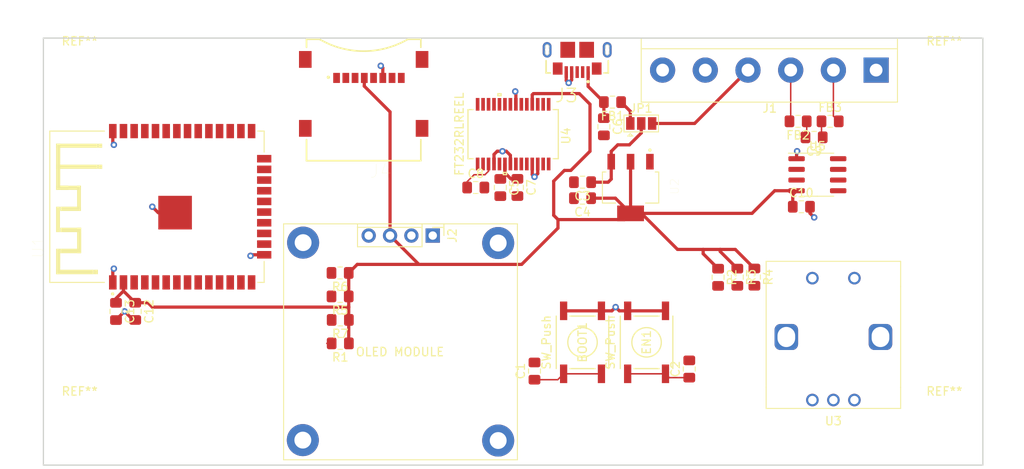
<source format=kicad_pcb>
(kicad_pcb (version 20171130) (host pcbnew "(5.1.6)-1")
  (layers (0 F.Cu signal) (31 B.Cu signal) (34 B.Paste user) (35 F.Paste user) (36 B.SilkS user) (37 F.SilkS user) (38 B.Mask user) (39 F.Mask user) (44 Edge.Cuts user))
  (net 0 "")
  (net 1 GND)
  (net 2 +5V)
  (net 3 +3V3)
  (net 4 /VBUS)
  (net 5 /FT_3V3OUT)
  (net 6 VUSB)
  (net 7 "Net-(J4-Pad10)")
  (net 8 "Net-(J4-Pad8)")
  (net 9 "Net-(J4-Pad1)")
  (net 10 FT_PWREN)
  (net 11 EN)
  (net 12 "Net-(U1-Pad4)")
  (net 13 "Net-(U1-Pad5)")
  (net 14 "Net-(U1-Pad10)")
  (net 15 "Net-(U1-Pad13)")
  (net 16 "Net-(U1-Pad14)")
  (net 17 "Net-(U1-Pad16)")
  (net 18 "Net-(U1-Pad17)")
  (net 19 "Net-(U1-Pad18)")
  (net 20 ROT_CHA)
  (net 21 "Net-(U1-Pad24)")
  (net 22 BOOT)
  (net 23 "Net-(U1-Pad26)")
  (net 24 ROT_CHB)
  (net 25 ROT_SW1)
  (net 26 "Net-(U1-Pad29)")
  (net 27 "Net-(U1-Pad30)")
  (net 28 "Net-(U1-Pad31)")
  (net 29 FT_TX)
  (net 30 FT_RX)
  (net 31 SD_DO)
  (net 32 SD_SCK)
  (net 33 SD_DI)
  (net 34 SD_CS)
  (net 35 MAX_CSN)
  (net 36 MAX_SCK)
  (net 37 MAX_SO)
  (net 38 OLED_SDA)
  (net 39 OLED_SCL)
  (net 40 RELAY+)
  (net 41 MAX_TX-)
  (net 42 MAX_TC+)
  (net 43 /TC-)
  (net 44 /TC+)
  (net 45 VCONN)
  (net 46 FT_RTS)
  (net 47 FT_CTS)
  (net 48 "Net-(J3-Pad6)")
  (net 49 /D+)
  (net 50 /D-)
  (net 51 "Net-(U4-Pad28)")
  (net 52 "Net-(U4-Pad27)")
  (net 53 "Net-(U4-Pad24)")
  (net 54 "Net-(U4-Pad23)")
  (net 55 "Net-(U4-Pad22)")
  (net 56 "Net-(U4-Pad19)")
  (net 57 "Net-(U4-Pad13)")
  (net 58 "Net-(U4-Pad12)")
  (net 59 "Net-(U4-Pad10)")
  (net 60 "Net-(U4-Pad9)")
  (net 61 "Net-(U4-Pad8)")
  (net 62 "Net-(U4-Pad6)")
  (net 63 "Net-(U4-Pad2)")
  (module TACTILE_SWITCH:PTS645SK43SMTR92LF-CONNECTED (layer F.Cu) (at 140.335 140.335 90)
    (fp_text reference EN1 (at 0 0 90) (layer F.SilkS))
    (fp_text value SW_Push (at 0 -4.3 90) (layer F.SilkS))
    (pad 1 smd rect (at -3.7465 -2.250001 90) (size 2.2098 0.8636) (layers F.Cu F.Paste F.Mask) (net 11 EN))
    (pad 1 smd rect (at -3.7465 2.250001 90) (size 2.2098 0.8636) (layers F.Cu F.Paste F.Mask) (net 11 EN))
    (pad 2 smd rect (at 3.7465 2.250001 90) (size 2.2098 0.8636) (layers F.Cu F.Paste F.Mask) (net 1 GND))
    (pad 2 smd rect (at 3.7465 -2.250001 90) (size 2.2098 0.8636) (layers F.Cu F.Paste F.Mask) (net 1 GND))
  )
  (module TACTILE_SWITCH:PTS645SK43SMTR92LF-CONNECTED (layer F.Cu) (at 132.715 140.335 90)
    (fp_text reference BOOT1 (at 0 0 90) (layer F.SilkS))
    (fp_text value SW_Push (at 0 -4.3 90) (layer F.SilkS))
    (pad 1 smd rect (at -3.7465 -2.250001 90) (size 2.2098 0.8636) (layers F.Cu F.Paste F.Mask) (net 22 BOOT))
    (pad 1 smd rect (at -3.7465 2.250001 90) (size 2.2098 0.8636) (layers F.Cu F.Paste F.Mask) (net 22 BOOT))
    (pad 2 smd rect (at 3.7465 2.250001 90) (size 2.2098 0.8636) (layers F.Cu F.Paste F.Mask) (net 1 GND))
    (pad 2 smd rect (at 3.7465 -2.250001 90) (size 2.2098 0.8636) (layers F.Cu F.Paste F.Mask) (net 1 GND))
  )
  (module MountingHole:MountingHole_3.2mm_M3 (layer F.Cu) (at 175.768 150.368)
    (fp_text reference REF** (at 0 -4.2) (layer F.SilkS))
    (fp_text value MountingHole_3.2mm_M3)
    (pad 1 np_thru_hole circle (at 0 0) (size 3.2 3.2) (drill 3.2) (layers *.Cu *.Mask))
  )
  (module MountingHole:MountingHole_3.2mm_M3 (layer F.Cu) (at 175.768 108.712)
    (fp_text reference REF** (at 0 -4.2) (layer F.SilkS))
    (fp_text value MountingHole_3.2mm_M3)
    (pad 1 np_thru_hole circle (at 0 0) (size 3.2 3.2) (drill 3.2) (layers *.Cu *.Mask))
  )
  (module MountingHole:MountingHole_3.2mm_M3 (layer F.Cu) (at 72.898 108.712)
    (fp_text reference REF** (at 0 -4.2) (layer F.SilkS))
    (fp_text value MountingHole_3.2mm_M3)
    (pad 1 np_thru_hole circle (at 0 0) (size 3.2 3.2) (drill 3.2) (layers *.Cu *.Mask))
  )
  (module MountingHole:MountingHole_3.2mm_M3 (layer F.Cu) (at 72.898 150.368)
    (fp_text reference REF** (at 0 -4.2) (layer F.SilkS))
    (fp_text value MountingHole_3.2mm_M3)
    (pad 1 np_thru_hole circle (at 0 0) (size 3.2 3.2) (drill 3.2) (layers *.Cu *.Mask))
  )
  (module Display:OLED_1MIL_HEADER_WHOLES (layer F.Cu) (at 124.968 126.238 270)
    (fp_text reference J2 (at 1.397 7.7411 90) (layer F.SilkS))
    (fp_text value OLED)
    (fp_text user "OLED MODULE" (at 15.24 13.97) (layer F.SilkS))
    (pad 4 thru_hole oval (at 1.397 17.6911 270) (size 1.7 1.7) (drill 1) (layers *.Cu *.Mask) (net 1 GND))
    (pad 3 thru_hole oval (at 1.397 15.1511 270) (size 1.7 1.7) (drill 1) (layers *.Cu *.Mask) (net 3 +3V3))
    (pad 2 thru_hole oval (at 1.397 12.6111 270) (size 1.7 1.7) (drill 1) (layers *.Cu *.Mask) (net 39 OLED_SCL))
    (pad 1 thru_hole rect (at 1.397 10.0711 270) (size 1.7 1.7) (drill 1) (layers *.Cu *.Mask) (net 38 OLED_SDA))
    (pad "" np_thru_hole circle (at 2.286 2.286 270) (size 3.81 3.81) (drill 2.0066) (layers *.Cu *.Mask))
    (pad "" np_thru_hole circle (at 25.781 2.286 270) (size 3.81 3.81) (drill 2.0066) (layers *.Cu *.Mask))
    (pad "" np_thru_hole circle (at 25.7302 25.527 270) (size 3.81 3.81) (drill 2.0066) (layers *.Cu *.Mask))
    (pad "" np_thru_hole circle (at 2.23774 25.49144 270) (size 3.81 3.81) (drill 2.0066) (layers *.Cu *.Mask))
  )
  (module Jumper:SolderJumper-3_P1.3mm_Open_Pad1.0x1.5mm (layer F.Cu) (at 139.7 114.3)
    (fp_text reference JP1 (at 0 -1.8) (layer F.SilkS))
    (fp_text value JUMPER_5V_SEL)
    (pad 1 smd rect (at -1.3 0) (size 1 1.5) (layers F.Cu F.Mask) (net 6 VUSB))
    (pad 2 smd rect (at 0 0) (size 1 1.5) (layers F.Cu F.Mask) (net 2 +5V))
    (pad 3 smd rect (at 1.3 0) (size 1 1.5) (layers F.Cu F.Mask) (net 45 VCONN))
  )
  (module Resistor_SMD:R_0805_2012Metric_Pad1.15x1.40mm_HandSolder (layer F.Cu) (at 103.895 137.668 180)
    (fp_text reference R7 (at 0 -1.65) (layer F.SilkS))
    (fp_text value 10K)
    (pad 2 smd roundrect (at 1.025 0 180) (size 1.15 1.4) (layers F.Cu F.Paste F.Mask) (roundrect_rratio 0.217391) (net 35 MAX_CSN))
    (pad 1 smd roundrect (at -1.025 0 180) (size 1.15 1.4) (layers F.Cu F.Paste F.Mask) (roundrect_rratio 0.217391) (net 3 +3V3))
  )
  (module Resistor_SMD:R_0805_2012Metric_Pad1.15x1.40mm_HandSolder (layer F.Cu) (at 103.877 132.08 180)
    (fp_text reference R6 (at 0 -1.65) (layer F.SilkS))
    (fp_text value 10K)
    (pad 2 smd roundrect (at 1.025 0 180) (size 1.15 1.4) (layers F.Cu F.Paste F.Mask) (roundrect_rratio 0.217391) (net 36 MAX_SCK))
    (pad 1 smd roundrect (at -1.025 0 180) (size 1.15 1.4) (layers F.Cu F.Paste F.Mask) (roundrect_rratio 0.217391) (net 3 +3V3))
  )
  (module Resistor_SMD:R_0805_2012Metric_Pad1.15x1.40mm_HandSolder (layer F.Cu) (at 153.162 132.579 270)
    (fp_text reference R4 (at 0 -1.65 90) (layer F.SilkS))
    (fp_text value 10K)
    (pad 2 smd roundrect (at 1.025 0 270) (size 1.15 1.4) (layers F.Cu F.Paste F.Mask) (roundrect_rratio 0.217391) (net 25 ROT_SW1))
    (pad 1 smd roundrect (at -1.025 0 270) (size 1.15 1.4) (layers F.Cu F.Paste F.Mask) (roundrect_rratio 0.217391) (net 3 +3V3))
  )
  (module Resistor_SMD:R_0805_2012Metric_Pad1.15x1.40mm_HandSolder (layer F.Cu) (at 151.13 132.588 270)
    (fp_text reference R3 (at 0 -1.65 90) (layer F.SilkS))
    (fp_text value 10K)
    (pad 2 smd roundrect (at 1.025 0 270) (size 1.15 1.4) (layers F.Cu F.Paste F.Mask) (roundrect_rratio 0.217391) (net 24 ROT_CHB))
    (pad 1 smd roundrect (at -1.025 0 270) (size 1.15 1.4) (layers F.Cu F.Paste F.Mask) (roundrect_rratio 0.217391) (net 3 +3V3))
  )
  (module Resistor_SMD:R_0805_2012Metric_Pad1.15x1.40mm_HandSolder (layer F.Cu) (at 148.844 132.597 270)
    (fp_text reference R2 (at 0 -1.65 90) (layer F.SilkS))
    (fp_text value 10K)
    (pad 2 smd roundrect (at 1.025 0 270) (size 1.15 1.4) (layers F.Cu F.Paste F.Mask) (roundrect_rratio 0.217391) (net 20 ROT_CHA))
    (pad 1 smd roundrect (at -1.025 0 270) (size 1.15 1.4) (layers F.Cu F.Paste F.Mask) (roundrect_rratio 0.217391) (net 3 +3V3))
  )
  (module Resistor_SMD:R_0805_2012Metric_Pad1.15x1.40mm_HandSolder (layer F.Cu) (at 103.895 140.462 180)
    (fp_text reference R1 (at 0 -1.65) (layer F.SilkS))
    (fp_text value 10K)
    (pad 2 smd roundrect (at 1.025 0 180) (size 1.15 1.4) (layers F.Cu F.Paste F.Mask) (roundrect_rratio 0.217391) (net 11 EN))
    (pad 1 smd roundrect (at -1.025 0 180) (size 1.15 1.4) (layers F.Cu F.Paste F.Mask) (roundrect_rratio 0.217391) (net 3 +3V3))
  )
  (module Capacitor_SMD:C_0805_2012Metric_Pad1.15x1.40mm_HandSolder (layer F.Cu) (at 77.216 136.661 270)
    (fp_text reference C13 (at 0 -1.65 90) (layer F.SilkS))
    (fp_text value 22uF)
    (pad 2 smd roundrect (at 1.025 0 270) (size 1.15 1.4) (layers F.Cu F.Paste F.Mask) (roundrect_rratio 0.217391) (net 1 GND))
    (pad 1 smd roundrect (at -1.025 0 270) (size 1.15 1.4) (layers F.Cu F.Paste F.Mask) (roundrect_rratio 0.217391) (net 3 +3V3))
  )
  (module Capacitor_SMD:C_0805_2012Metric_Pad1.15x1.40mm_HandSolder (layer F.Cu) (at 79.502 136.652 270)
    (fp_text reference C12 (at 0 -1.65 90) (layer F.SilkS))
    (fp_text value .1uF)
    (pad 2 smd roundrect (at 1.025 0 270) (size 1.15 1.4) (layers F.Cu F.Paste F.Mask) (roundrect_rratio 0.217391) (net 1 GND))
    (pad 1 smd roundrect (at -1.025 0 270) (size 1.15 1.4) (layers F.Cu F.Paste F.Mask) (roundrect_rratio 0.217391) (net 3 +3V3))
  )
  (module Capacitor_SMD:C_0805_2012Metric_Pad1.15x1.40mm_HandSolder (layer F.Cu) (at 145.415 143.51 90)
    (fp_text reference C2 (at 0 -1.65 270) (layer F.SilkS))
    (fp_text value .1uF)
    (pad 2 smd roundrect (at 1.025 0 90) (size 1.15 1.4) (layers F.Cu F.Paste F.Mask) (roundrect_rratio 0.217391) (net 1 GND))
    (pad 1 smd roundrect (at -1.025 0 90) (size 1.15 1.4) (layers F.Cu F.Paste F.Mask) (roundrect_rratio 0.217391) (net 11 EN))
  )
  (module Capacitor_SMD:C_0805_2012Metric_Pad1.15x1.40mm_HandSolder (layer F.Cu) (at 127 143.755 90)
    (fp_text reference C1 (at 0 -1.65 90) (layer F.SilkS))
    (fp_text value .1uF)
    (pad 2 smd roundrect (at 1.025 0 90) (size 1.15 1.4) (layers F.Cu F.Paste F.Mask) (roundrect_rratio 0.217391) (net 1 GND))
    (pad 1 smd roundrect (at -1.025 0 90) (size 1.15 1.4) (layers F.Cu F.Paste F.Mask) (roundrect_rratio 0.217391) (net 22 BOOT))
  )
  (module FT232:FT232RLREEL (layer F.Cu) (at 124.46 115.57 270)
    (fp_text reference U4 (at 0.2 -6.3 90) (layer F.SilkS))
    (fp_text value FT232RLREEL (at 0 6.4 90) (layer F.SilkS))
    (pad 28 smd rect (at 3.54965 -4.225 270) (size 1.5113 0.4318) (layers F.Cu F.Paste F.Mask) (net 51 "Net-(U4-Pad28)"))
    (pad 27 smd rect (at 3.54965 -3.574999 270) (size 1.5113 0.4318) (layers F.Cu F.Paste F.Mask) (net 52 "Net-(U4-Pad27)"))
    (pad 26 smd rect (at 3.54965 -2.925 270) (size 1.5113 0.4318) (layers F.Cu F.Paste F.Mask) (net 1 GND))
    (pad 25 smd rect (at 3.54965 -2.274999 270) (size 1.5113 0.4318) (layers F.Cu F.Paste F.Mask) (net 1 GND))
    (pad 24 smd rect (at 3.54965 -1.625001 270) (size 1.5113 0.4318) (layers F.Cu F.Paste F.Mask) (net 53 "Net-(U4-Pad24)"))
    (pad 23 smd rect (at 3.54965 -0.974999 270) (size 1.5113 0.4318) (layers F.Cu F.Paste F.Mask) (net 54 "Net-(U4-Pad23)"))
    (pad 22 smd rect (at 3.54965 -0.325001 270) (size 1.5113 0.4318) (layers F.Cu F.Paste F.Mask) (net 55 "Net-(U4-Pad22)"))
    (pad 21 smd rect (at 3.54965 0.325001 270) (size 1.5113 0.4318) (layers F.Cu F.Paste F.Mask) (net 1 GND))
    (pad 20 smd rect (at 3.54965 0.974999 270) (size 1.5113 0.4318) (layers F.Cu F.Paste F.Mask) (net 2 +5V))
    (pad 19 smd rect (at 3.54965 1.625001 270) (size 1.5113 0.4318) (layers F.Cu F.Paste F.Mask) (net 56 "Net-(U4-Pad19)"))
    (pad 18 smd rect (at 3.54965 2.274999 270) (size 1.5113 0.4318) (layers F.Cu F.Paste F.Mask) (net 1 GND))
    (pad 17 smd rect (at 3.54965 2.925 270) (size 1.5113 0.4318) (layers F.Cu F.Paste F.Mask) (net 5 /FT_3V3OUT))
    (pad 16 smd rect (at 3.54965 3.574999 270) (size 1.5113 0.4318) (layers F.Cu F.Paste F.Mask) (net 50 /D-))
    (pad 15 smd rect (at 3.54965 4.225 270) (size 1.5113 0.4318) (layers F.Cu F.Paste F.Mask) (net 49 /D+))
    (pad 14 smd rect (at -3.54965 4.224998 270) (size 1.5113 0.4318) (layers F.Cu F.Paste F.Mask) (net 10 FT_PWREN))
    (pad 13 smd rect (at -3.54965 3.574999 270) (size 1.5113 0.4318) (layers F.Cu F.Paste F.Mask) (net 57 "Net-(U4-Pad13)"))
    (pad 12 smd rect (at -3.54965 2.924998 270) (size 1.5113 0.4318) (layers F.Cu F.Paste F.Mask) (net 58 "Net-(U4-Pad12)"))
    (pad 11 smd rect (at -3.54965 2.274999 270) (size 1.5113 0.4318) (layers F.Cu F.Paste F.Mask) (net 47 FT_CTS))
    (pad 10 smd rect (at -3.54965 1.624998 270) (size 1.5113 0.4318) (layers F.Cu F.Paste F.Mask) (net 59 "Net-(U4-Pad10)"))
    (pad 9 smd rect (at -3.54965 0.974999 270) (size 1.5113 0.4318) (layers F.Cu F.Paste F.Mask) (net 60 "Net-(U4-Pad9)"))
    (pad 8 smd rect (at -3.54965 0.324998 270) (size 1.5113 0.4318) (layers F.Cu F.Paste F.Mask) (net 61 "Net-(U4-Pad8)"))
    (pad 7 smd rect (at -3.54965 -0.325001 270) (size 1.5113 0.4318) (layers F.Cu F.Paste F.Mask) (net 1 GND))
    (pad 6 smd rect (at -3.54965 -0.974999 270) (size 1.5113 0.4318) (layers F.Cu F.Paste F.Mask) (net 62 "Net-(U4-Pad6)"))
    (pad 5 smd rect (at -3.54965 -1.625001 270) (size 1.5113 0.4318) (layers F.Cu F.Paste F.Mask) (net 30 FT_RX))
    (pad 4 smd rect (at -3.54965 -2.274999 270) (size 1.5113 0.4318) (layers F.Cu F.Paste F.Mask) (net 3 +3V3))
    (pad 3 smd rect (at -3.54965 -2.925 270) (size 1.5113 0.4318) (layers F.Cu F.Paste F.Mask) (net 46 FT_RTS))
    (pad 2 smd rect (at -3.54965 -3.574999 270) (size 1.5113 0.4318) (layers F.Cu F.Paste F.Mask) (net 63 "Net-(U4-Pad2)"))
    (pad 1 smd rect (at -3.54965 -4.225 270) (size 1.5113 0.4318) (layers F.Cu F.Paste F.Mask) (net 29 FT_TX))
  )
  (module ESP32:MODULE_ESP-WROOM-32 (layer F.Cu) (at 85.09 124.206 90)
    (fp_text reference U1 (at -4.826375 -17.150035 90) (layer F.SilkS) (effects (font (size 1.32478 1.32478) (thickness 0.015))))
    (fp_text value ESP-WROOM-32)
    (pad 1.1 smd rect (at -0.7 -0.845 90) (size 4 4) (layers F.Cu F.Paste F.Mask) (net 1 GND))
    (pad 1 smd rect (at -9 -8.255 90) (size 1.7 0.9) (layers F.Cu F.Paste F.Mask) (net 1 GND))
    (pad 2 smd rect (at -9 -6.985 90) (size 1.7 0.9) (layers F.Cu F.Paste F.Mask) (net 3 +3V3))
    (pad 3 smd rect (at -9 -5.715 90) (size 1.7 0.9) (layers F.Cu F.Paste F.Mask) (net 11 EN))
    (pad 4 smd rect (at -9 -4.445 90) (size 1.7 0.9) (layers F.Cu F.Paste F.Mask) (net 12 "Net-(U1-Pad4)"))
    (pad 5 smd rect (at -9 -3.175 90) (size 1.7 0.9) (layers F.Cu F.Paste F.Mask) (net 13 "Net-(U1-Pad5)"))
    (pad 6 smd rect (at -9 -1.905 90) (size 1.7 0.9) (layers F.Cu F.Paste F.Mask) (net 46 FT_RTS))
    (pad 7 smd rect (at -9 -0.635 90) (size 1.7 0.9) (layers F.Cu F.Paste F.Mask) (net 47 FT_CTS))
    (pad 8 smd rect (at -9 0.635 90) (size 1.7 0.9) (layers F.Cu F.Paste F.Mask) (net 35 MAX_CSN))
    (pad 9 smd rect (at -9 1.905 90) (size 1.7 0.9) (layers F.Cu F.Paste F.Mask) (net 10 FT_PWREN))
    (pad 10 smd rect (at -9 3.175 90) (size 1.7 0.9) (layers F.Cu F.Paste F.Mask) (net 14 "Net-(U1-Pad10)"))
    (pad 11 smd rect (at -9 4.445 90) (size 1.7 0.9) (layers F.Cu F.Paste F.Mask) (net 36 MAX_SCK))
    (pad 12 smd rect (at -9 5.715 90) (size 1.7 0.9) (layers F.Cu F.Paste F.Mask) (net 37 MAX_SO))
    (pad 13 smd rect (at -9 6.985 90) (size 1.7 0.9) (layers F.Cu F.Paste F.Mask) (net 15 "Net-(U1-Pad13)"))
    (pad 14 smd rect (at -9 8.255 90) (size 1.7 0.9) (layers F.Cu F.Paste F.Mask) (net 16 "Net-(U1-Pad14)"))
    (pad 15 smd rect (at -5.715 9.755 90) (size 0.9 1.7) (layers F.Cu F.Paste F.Mask) (net 1 GND))
    (pad 16 smd rect (at -4.445 9.755 90) (size 0.9 1.7) (layers F.Cu F.Paste F.Mask) (net 17 "Net-(U1-Pad16)"))
    (pad 17 smd rect (at -3.175 9.755 90) (size 0.9 1.7) (layers F.Cu F.Paste F.Mask) (net 18 "Net-(U1-Pad17)"))
    (pad 18 smd rect (at -1.905 9.755 90) (size 0.9 1.7) (layers F.Cu F.Paste F.Mask) (net 19 "Net-(U1-Pad18)"))
    (pad 19 smd rect (at -0.635 9.755 90) (size 0.9 1.7) (layers F.Cu F.Paste F.Mask) (net 34 SD_CS))
    (pad 20 smd rect (at 0.635 9.755 90) (size 0.9 1.7) (layers F.Cu F.Paste F.Mask) (net 32 SD_SCK))
    (pad 21 smd rect (at 1.905 9.755 90) (size 0.9 1.7) (layers F.Cu F.Paste F.Mask) (net 31 SD_DO))
    (pad 22 smd rect (at 3.175 9.755 90) (size 0.9 1.7) (layers F.Cu F.Paste F.Mask) (net 33 SD_DI))
    (pad 23 smd rect (at 4.445 9.755 90) (size 0.9 1.7) (layers F.Cu F.Paste F.Mask) (net 20 ROT_CHA))
    (pad 24 smd rect (at 5.715 9.755 90) (size 0.9 1.7) (layers F.Cu F.Paste F.Mask) (net 21 "Net-(U1-Pad24)"))
    (pad 25 smd rect (at 9 8.255 90) (size 1.7 0.9) (layers F.Cu F.Paste F.Mask) (net 22 BOOT))
    (pad 26 smd rect (at 9 6.985 90) (size 1.7 0.9) (layers F.Cu F.Paste F.Mask) (net 23 "Net-(U1-Pad26)"))
    (pad 27 smd rect (at 9 5.715 90) (size 1.7 0.9) (layers F.Cu F.Paste F.Mask) (net 24 ROT_CHB))
    (pad 28 smd rect (at 9 4.445 90) (size 1.7 0.9) (layers F.Cu F.Paste F.Mask) (net 25 ROT_SW1))
    (pad 29 smd rect (at 9 3.175 90) (size 1.7 0.9) (layers F.Cu F.Paste F.Mask) (net 26 "Net-(U1-Pad29)"))
    (pad 30 smd rect (at 9 1.905 90) (size 1.7 0.9) (layers F.Cu F.Paste F.Mask) (net 27 "Net-(U1-Pad30)"))
    (pad 31 smd rect (at 9 0.635 90) (size 1.7 0.9) (layers F.Cu F.Paste F.Mask) (net 28 "Net-(U1-Pad31)"))
    (pad 32 smd rect (at 9 -0.635 90) (size 1.7 0.9) (layers F.Cu F.Paste F.Mask))
    (pad 33 smd rect (at 9 -1.905 90) (size 1.7 0.9) (layers F.Cu F.Paste F.Mask) (net 38 OLED_SDA))
    (pad 34 smd rect (at 9 -3.175 90) (size 1.7 0.9) (layers F.Cu F.Paste F.Mask) (net 29 FT_TX))
    (pad 35 smd rect (at 9 -4.445 90) (size 1.7 0.9) (layers F.Cu F.Paste F.Mask) (net 30 FT_RX))
    (pad 36 smd rect (at 9 -5.715 90) (size 1.7 0.9) (layers F.Cu F.Paste F.Mask) (net 39 OLED_SCL))
    (pad 37 smd rect (at 9 -6.985 90) (size 1.7 0.9) (layers F.Cu F.Paste F.Mask) (net 40 RELAY+))
    (pad 38 smd rect (at 9 -8.255 90) (size 1.7 0.9) (layers F.Cu F.Paste F.Mask) (net 1 GND))
  )
  (module USB_CONNECTOR:GCT_USB3076-XX-X_REVC (layer F.Cu) (at 132.08 105.537 180)
    (fp_text reference J3 (at 1.27021 -5.43685) (layer F.SilkS) (effects (font (size 1.600252 1.600252))))
    (fp_text value USB_B_Micro)
    (fp_line (start -3.35 -0.402) (end -3.35 0.4) (layer Edge.Cuts) (width 0.1))
    (fp_line (start -3.8 0.4) (end -3.8 -0.401) (layer Edge.Cuts) (width 0.1))
    (fp_poly (pts (xy -3.8 0) (xy -3.8 -0.4) (xy -3.799692 -0.411776) (xy -3.798767 -0.423519) (xy -3.79723 -0.435198) (xy -3.795083 -0.44678) (xy -3.792333 -0.458234) (xy -3.788988 -0.469529) (xy -3.785056 -0.480633) (xy -3.780548 -0.491516) (xy -3.775476 -0.502148) (xy -3.769856 -0.5125) (xy -3.763701 -0.522544) (xy -3.757029 -0.532252) (xy -3.749858 -0.541597) (xy -3.742208 -0.550554) (xy -3.734099 -0.559099) (xy -3.725554 -0.567208) (xy -3.716597 -0.574858) (xy -3.707252 -0.582029) (xy -3.697544 -0.588701) (xy -3.6875 -0.594856) (xy -3.677148 -0.600476) (xy -3.666516 -0.605548) (xy -3.655633 -0.610056) (xy -3.644529 -0.613988) (xy -3.633234 -0.617333) (xy -3.62178 -0.620083) (xy -3.610198 -0.62223) (xy -3.598519 -0.623767) (xy -3.586776 -0.624692) (xy -3.575 -0.625) (xy -3.563224 -0.624692) (xy -3.551481 -0.623767) (xy -3.539802 -0.62223) (xy -3.52822 -0.620083) (xy -3.516766 -0.617333) (xy -3.505471 -0.613988) (xy -3.494367 -0.610056) (xy -3.483484 -0.605548) (xy -3.472852 -0.600476) (xy -3.4625 -0.594856) (xy -3.452456 -0.588701) (xy -3.442748 -0.582029) (xy -3.433403 -0.574858) (xy -3.424446 -0.567208) (xy -3.415901 -0.559099) (xy -3.407792 -0.550554) (xy -3.400142 -0.541597) (xy -3.392971 -0.532252) (xy -3.386299 -0.522544) (xy -3.380144 -0.5125) (xy -3.374524 -0.502148) (xy -3.369452 -0.491516) (xy -3.364944 -0.480633) (xy -3.361012 -0.469529) (xy -3.357667 -0.458234) (xy -3.354917 -0.44678) (xy -3.35277 -0.435198) (xy -3.351233 -0.423519) (xy -3.350308 -0.411776) (xy -3.35 -0.4) (xy -3.35 0) (xy -3.05 0) (xy -3.05 -0.35) (xy -3.049432 -0.375) (xy -3.050187 -0.403814) (xy -3.052448 -0.43255) (xy -3.056211 -0.461128) (xy -3.061463 -0.48947) (xy -3.068192 -0.517497) (xy -3.076379 -0.545135) (xy -3.086001 -0.572306) (xy -3.097031 -0.598936) (xy -3.10944 -0.624953) (xy -3.123194 -0.650284) (xy -3.138255 -0.674861) (xy -3.154581 -0.698616) (xy -3.172128 -0.721484) (xy -3.190848 -0.743402) (xy -3.21069 -0.76431) (xy -3.231598 -0.784152) (xy -3.253516 -0.802872) (xy -3.276384 -0.820419) (xy -3.300139 -0.836745) (xy -3.324716 -0.851806) (xy -3.350047 -0.86556) (xy -3.376064 -0.877969) (xy -3.402694 -0.888999) (xy -3.429865 -0.898621) (xy -3.457503 -0.906808) (xy -3.48553 -0.913537) (xy -3.513872 -0.918789) (xy -3.54245 -0.922552) (xy -3.575 -0.925) (xy -3.602476 -0.924281) (xy -3.629877 -0.922124) (xy -3.657128 -0.918536) (xy -3.684154 -0.913527) (xy -3.71088 -0.907111) (xy -3.737234 -0.899305) (xy -3.763143 -0.89013) (xy -3.788537 -0.879611) (xy -3.813345 -0.867778) (xy -3.8375 -0.854663) (xy -3.860935 -0.840302) (xy -3.883587 -0.824734) (xy -3.905393 -0.808002) (xy -3.926294 -0.790151) (xy -3.946231 -0.771231) (xy -3.965151 -0.751294) (xy -3.983002 -0.730393) (xy -3.999734 -0.708587) (xy -4.015302 -0.685935) (xy -4.029663 -0.6625) (xy -4.042778 -0.638345) (xy -4.054611 -0.613537) (xy -4.06513 -0.588143) (xy -4.074305 -0.562234) (xy -4.082111 -0.53588) (xy -4.088527 -0.509154) (xy -4.093536 -0.482128) (xy -4.097124 -0.454877) (xy -4.099281 -0.427476) (xy -4.1 -0.4) (xy -4.1 0) (xy -3.8 0)) (layer F.Cu) (width 0.001))
    (fp_poly (pts (xy -3.35 0) (xy -3.35 0.4) (xy -3.350308 0.411776) (xy -3.351233 0.423519) (xy -3.35277 0.435198) (xy -3.354917 0.44678) (xy -3.357667 0.458234) (xy -3.361012 0.469529) (xy -3.364944 0.480633) (xy -3.369452 0.491516) (xy -3.374524 0.502148) (xy -3.380144 0.5125) (xy -3.386299 0.522544) (xy -3.392971 0.532252) (xy -3.400142 0.541597) (xy -3.407792 0.550554) (xy -3.415901 0.559099) (xy -3.424446 0.567208) (xy -3.433403 0.574858) (xy -3.442748 0.582029) (xy -3.452456 0.588701) (xy -3.4625 0.594856) (xy -3.472852 0.600476) (xy -3.483484 0.605548) (xy -3.494367 0.610056) (xy -3.505471 0.613988) (xy -3.516766 0.617333) (xy -3.52822 0.620083) (xy -3.539802 0.62223) (xy -3.551481 0.623767) (xy -3.563224 0.624692) (xy -3.575 0.625) (xy -3.586776 0.624692) (xy -3.598519 0.623767) (xy -3.610198 0.62223) (xy -3.62178 0.620083) (xy -3.633234 0.617333) (xy -3.644529 0.613988) (xy -3.655633 0.610056) (xy -3.666516 0.605548) (xy -3.677148 0.600476) (xy -3.6875 0.594856) (xy -3.697544 0.588701) (xy -3.707252 0.582029) (xy -3.716597 0.574858) (xy -3.725554 0.567208) (xy -3.734099 0.559099) (xy -3.742208 0.550554) (xy -3.749858 0.541597) (xy -3.757029 0.532252) (xy -3.763701 0.522544) (xy -3.769856 0.5125) (xy -3.775476 0.502148) (xy -3.780548 0.491516) (xy -3.785056 0.480633) (xy -3.788988 0.469529) (xy -3.792333 0.458234) (xy -3.795083 0.44678) (xy -3.79723 0.435198) (xy -3.798767 0.423519) (xy -3.799692 0.411776) (xy -3.8 0.4) (xy -3.8 0) (xy -4.1 0) (xy -4.1 0.35) (xy -4.100568 0.375) (xy -4.099813 0.403814) (xy -4.097552 0.43255) (xy -4.093789 0.461128) (xy -4.088537 0.48947) (xy -4.081808 0.517497) (xy -4.073621 0.545135) (xy -4.063999 0.572306) (xy -4.052969 0.598936) (xy -4.04056 0.624953) (xy -4.026806 0.650284) (xy -4.011745 0.674861) (xy -3.995419 0.698616) (xy -3.977872 0.721484) (xy -3.959152 0.743402) (xy -3.93931 0.76431) (xy -3.918402 0.784152) (xy -3.896484 0.802872) (xy -3.873616 0.820419) (xy -3.849861 0.836745) (xy -3.825284 0.851806) (xy -3.799953 0.86556) (xy -3.773936 0.877969) (xy -3.747306 0.888999) (xy -3.720135 0.898621) (xy -3.692497 0.906808) (xy -3.66447 0.913537) (xy -3.636128 0.918789) (xy -3.60755 0.922552) (xy -3.575 0.925) (xy -3.547524 0.924281) (xy -3.520123 0.922124) (xy -3.492872 0.918536) (xy -3.465846 0.913527) (xy -3.43912 0.907111) (xy -3.412766 0.899305) (xy -3.386857 0.89013) (xy -3.361463 0.879611) (xy -3.336655 0.867778) (xy -3.3125 0.854663) (xy -3.289065 0.840302) (xy -3.266413 0.824734) (xy -3.244607 0.808002) (xy -3.223706 0.790151) (xy -3.203769 0.771231) (xy -3.184849 0.751294) (xy -3.166998 0.730393) (xy -3.150266 0.708587) (xy -3.134698 0.685935) (xy -3.120337 0.6625) (xy -3.107222 0.638345) (xy -3.095389 0.613537) (xy -3.08487 0.588143) (xy -3.075695 0.562234) (xy -3.067889 0.53588) (xy -3.061473 0.509154) (xy -3.056464 0.482128) (xy -3.052876 0.454877) (xy -3.050719 0.427476) (xy -3.05 0.4) (xy -3.05 0) (xy -3.35 0)) (layer F.Cu) (width 0.001))
    (fp_poly (pts (xy -3.8 0) (xy -3.8 -0.4) (xy -3.799692 -0.411776) (xy -3.798767 -0.423519) (xy -3.79723 -0.435198) (xy -3.795083 -0.44678) (xy -3.792333 -0.458234) (xy -3.788988 -0.469529) (xy -3.785056 -0.480633) (xy -3.780548 -0.491516) (xy -3.775476 -0.502148) (xy -3.769856 -0.5125) (xy -3.763701 -0.522544) (xy -3.757029 -0.532252) (xy -3.749858 -0.541597) (xy -3.742208 -0.550554) (xy -3.734099 -0.559099) (xy -3.725554 -0.567208) (xy -3.716597 -0.574858) (xy -3.707252 -0.582029) (xy -3.697544 -0.588701) (xy -3.6875 -0.594856) (xy -3.677148 -0.600476) (xy -3.666516 -0.605548) (xy -3.655633 -0.610056) (xy -3.644529 -0.613988) (xy -3.633234 -0.617333) (xy -3.62178 -0.620083) (xy -3.610198 -0.62223) (xy -3.598519 -0.623767) (xy -3.586776 -0.624692) (xy -3.575 -0.625) (xy -3.563224 -0.624692) (xy -3.551481 -0.623767) (xy -3.539802 -0.62223) (xy -3.52822 -0.620083) (xy -3.516766 -0.617333) (xy -3.505471 -0.613988) (xy -3.494367 -0.610056) (xy -3.483484 -0.605548) (xy -3.472852 -0.600476) (xy -3.4625 -0.594856) (xy -3.452456 -0.588701) (xy -3.442748 -0.582029) (xy -3.433403 -0.574858) (xy -3.424446 -0.567208) (xy -3.415901 -0.559099) (xy -3.407792 -0.550554) (xy -3.400142 -0.541597) (xy -3.392971 -0.532252) (xy -3.386299 -0.522544) (xy -3.380144 -0.5125) (xy -3.374524 -0.502148) (xy -3.369452 -0.491516) (xy -3.364944 -0.480633) (xy -3.361012 -0.469529) (xy -3.357667 -0.458234) (xy -3.354917 -0.44678) (xy -3.35277 -0.435198) (xy -3.351233 -0.423519) (xy -3.350308 -0.411776) (xy -3.35 -0.4) (xy -3.35 0) (xy -3.05 0) (xy -3.05 -0.35) (xy -3.049432 -0.375) (xy -3.050187 -0.403814) (xy -3.052448 -0.43255) (xy -3.056211 -0.461128) (xy -3.061463 -0.48947) (xy -3.068192 -0.517497) (xy -3.076379 -0.545135) (xy -3.086001 -0.572306) (xy -3.097031 -0.598936) (xy -3.10944 -0.624953) (xy -3.123194 -0.650284) (xy -3.138255 -0.674861) (xy -3.154581 -0.698616) (xy -3.172128 -0.721484) (xy -3.190848 -0.743402) (xy -3.21069 -0.76431) (xy -3.231598 -0.784152) (xy -3.253516 -0.802872) (xy -3.276384 -0.820419) (xy -3.300139 -0.836745) (xy -3.324716 -0.851806) (xy -3.350047 -0.86556) (xy -3.376064 -0.877969) (xy -3.402694 -0.888999) (xy -3.429865 -0.898621) (xy -3.457503 -0.906808) (xy -3.48553 -0.913537) (xy -3.513872 -0.918789) (xy -3.54245 -0.922552) (xy -3.575 -0.925) (xy -3.602476 -0.924281) (xy -3.629877 -0.922124) (xy -3.657128 -0.918536) (xy -3.684154 -0.913527) (xy -3.71088 -0.907111) (xy -3.737234 -0.899305) (xy -3.763143 -0.89013) (xy -3.788537 -0.879611) (xy -3.813345 -0.867778) (xy -3.8375 -0.854663) (xy -3.860935 -0.840302) (xy -3.883587 -0.824734) (xy -3.905393 -0.808002) (xy -3.926294 -0.790151) (xy -3.946231 -0.771231) (xy -3.965151 -0.751294) (xy -3.983002 -0.730393) (xy -3.999734 -0.708587) (xy -4.015302 -0.685935) (xy -4.029663 -0.6625) (xy -4.042778 -0.638345) (xy -4.054611 -0.613537) (xy -4.06513 -0.588143) (xy -4.074305 -0.562234) (xy -4.082111 -0.53588) (xy -4.088527 -0.509154) (xy -4.093536 -0.482128) (xy -4.097124 -0.454877) (xy -4.099281 -0.427476) (xy -4.1 -0.4) (xy -4.1 0) (xy -3.8 0)) (layer B.Cu) (width 0.001))
    (fp_poly (pts (xy -3.35 0) (xy -3.35 0.4) (xy -3.350308 0.411776) (xy -3.351233 0.423519) (xy -3.35277 0.435198) (xy -3.354917 0.44678) (xy -3.357667 0.458234) (xy -3.361012 0.469529) (xy -3.364944 0.480633) (xy -3.369452 0.491516) (xy -3.374524 0.502148) (xy -3.380144 0.5125) (xy -3.386299 0.522544) (xy -3.392971 0.532252) (xy -3.400142 0.541597) (xy -3.407792 0.550554) (xy -3.415901 0.559099) (xy -3.424446 0.567208) (xy -3.433403 0.574858) (xy -3.442748 0.582029) (xy -3.452456 0.588701) (xy -3.4625 0.594856) (xy -3.472852 0.600476) (xy -3.483484 0.605548) (xy -3.494367 0.610056) (xy -3.505471 0.613988) (xy -3.516766 0.617333) (xy -3.52822 0.620083) (xy -3.539802 0.62223) (xy -3.551481 0.623767) (xy -3.563224 0.624692) (xy -3.575 0.625) (xy -3.586776 0.624692) (xy -3.598519 0.623767) (xy -3.610198 0.62223) (xy -3.62178 0.620083) (xy -3.633234 0.617333) (xy -3.644529 0.613988) (xy -3.655633 0.610056) (xy -3.666516 0.605548) (xy -3.677148 0.600476) (xy -3.6875 0.594856) (xy -3.697544 0.588701) (xy -3.707252 0.582029) (xy -3.716597 0.574858) (xy -3.725554 0.567208) (xy -3.734099 0.559099) (xy -3.742208 0.550554) (xy -3.749858 0.541597) (xy -3.757029 0.532252) (xy -3.763701 0.522544) (xy -3.769856 0.5125) (xy -3.775476 0.502148) (xy -3.780548 0.491516) (xy -3.785056 0.480633) (xy -3.788988 0.469529) (xy -3.792333 0.458234) (xy -3.795083 0.44678) (xy -3.79723 0.435198) (xy -3.798767 0.423519) (xy -3.799692 0.411776) (xy -3.8 0.4) (xy -3.8 0) (xy -4.1 0) (xy -4.1 0.35) (xy -4.100568 0.375) (xy -4.099813 0.403814) (xy -4.097552 0.43255) (xy -4.093789 0.461128) (xy -4.088537 0.48947) (xy -4.081808 0.517497) (xy -4.073621 0.545135) (xy -4.063999 0.572306) (xy -4.052969 0.598936) (xy -4.04056 0.624953) (xy -4.026806 0.650284) (xy -4.011745 0.674861) (xy -3.995419 0.698616) (xy -3.977872 0.721484) (xy -3.959152 0.743402) (xy -3.93931 0.76431) (xy -3.918402 0.784152) (xy -3.896484 0.802872) (xy -3.873616 0.820419) (xy -3.849861 0.836745) (xy -3.825284 0.851806) (xy -3.799953 0.86556) (xy -3.773936 0.877969) (xy -3.747306 0.888999) (xy -3.720135 0.898621) (xy -3.692497 0.906808) (xy -3.66447 0.913537) (xy -3.636128 0.918789) (xy -3.60755 0.922552) (xy -3.575 0.925) (xy -3.547524 0.924281) (xy -3.520123 0.922124) (xy -3.492872 0.918536) (xy -3.465846 0.913527) (xy -3.43912 0.907111) (xy -3.412766 0.899305) (xy -3.386857 0.89013) (xy -3.361463 0.879611) (xy -3.336655 0.867778) (xy -3.3125 0.854663) (xy -3.289065 0.840302) (xy -3.266413 0.824734) (xy -3.244607 0.808002) (xy -3.223706 0.790151) (xy -3.203769 0.771231) (xy -3.184849 0.751294) (xy -3.166998 0.730393) (xy -3.150266 0.708587) (xy -3.134698 0.685935) (xy -3.120337 0.6625) (xy -3.107222 0.638345) (xy -3.095389 0.613537) (xy -3.08487 0.588143) (xy -3.075695 0.562234) (xy -3.067889 0.53588) (xy -3.061473 0.509154) (xy -3.056464 0.482128) (xy -3.052876 0.454877) (xy -3.050719 0.427476) (xy -3.05 0.4) (xy -3.05 0) (xy -3.35 0)) (layer B.Cu) (width 0.001))
    (fp_line (start 3.8 -0.402) (end 3.8 0.4) (layer Edge.Cuts) (width 0.1))
    (fp_line (start 3.35 0.4) (end 3.35 -0.401) (layer Edge.Cuts) (width 0.1))
    (fp_poly (pts (xy 3.35 0) (xy 3.35 -0.4) (xy 3.350308 -0.411776) (xy 3.351233 -0.423519) (xy 3.35277 -0.435198) (xy 3.354917 -0.44678) (xy 3.357667 -0.458234) (xy 3.361012 -0.469529) (xy 3.364944 -0.480633) (xy 3.369452 -0.491516) (xy 3.374524 -0.502148) (xy 3.380144 -0.5125) (xy 3.386299 -0.522544) (xy 3.392971 -0.532252) (xy 3.400142 -0.541597) (xy 3.407792 -0.550554) (xy 3.415901 -0.559099) (xy 3.424446 -0.567208) (xy 3.433403 -0.574858) (xy 3.442748 -0.582029) (xy 3.452456 -0.588701) (xy 3.4625 -0.594856) (xy 3.472852 -0.600476) (xy 3.483484 -0.605548) (xy 3.494367 -0.610056) (xy 3.505471 -0.613988) (xy 3.516766 -0.617333) (xy 3.52822 -0.620083) (xy 3.539802 -0.62223) (xy 3.551481 -0.623767) (xy 3.563224 -0.624692) (xy 3.575 -0.625) (xy 3.586776 -0.624692) (xy 3.598519 -0.623767) (xy 3.610198 -0.62223) (xy 3.62178 -0.620083) (xy 3.633234 -0.617333) (xy 3.644529 -0.613988) (xy 3.655633 -0.610056) (xy 3.666516 -0.605548) (xy 3.677148 -0.600476) (xy 3.6875 -0.594856) (xy 3.697544 -0.588701) (xy 3.707252 -0.582029) (xy 3.716597 -0.574858) (xy 3.725554 -0.567208) (xy 3.734099 -0.559099) (xy 3.742208 -0.550554) (xy 3.749858 -0.541597) (xy 3.757029 -0.532252) (xy 3.763701 -0.522544) (xy 3.769856 -0.5125) (xy 3.775476 -0.502148) (xy 3.780548 -0.491516) (xy 3.785056 -0.480633) (xy 3.788988 -0.469529) (xy 3.792333 -0.458234) (xy 3.795083 -0.44678) (xy 3.79723 -0.435198) (xy 3.798767 -0.423519) (xy 3.799692 -0.411776) (xy 3.8 -0.4) (xy 3.8 0) (xy 4.1 0) (xy 4.1 -0.35) (xy 4.100568 -0.375) (xy 4.099813 -0.403814) (xy 4.097552 -0.43255) (xy 4.093789 -0.461128) (xy 4.088537 -0.48947) (xy 4.081808 -0.517497) (xy 4.073621 -0.545135) (xy 4.063999 -0.572306) (xy 4.052969 -0.598936) (xy 4.04056 -0.624953) (xy 4.026806 -0.650284) (xy 4.011745 -0.674861) (xy 3.995419 -0.698616) (xy 3.977872 -0.721484) (xy 3.959152 -0.743402) (xy 3.93931 -0.76431) (xy 3.918402 -0.784152) (xy 3.896484 -0.802872) (xy 3.873616 -0.820419) (xy 3.849861 -0.836745) (xy 3.825284 -0.851806) (xy 3.799953 -0.86556) (xy 3.773936 -0.877969) (xy 3.747306 -0.888999) (xy 3.720135 -0.898621) (xy 3.692497 -0.906808) (xy 3.66447 -0.913537) (xy 3.636128 -0.918789) (xy 3.60755 -0.922552) (xy 3.575 -0.925) (xy 3.547524 -0.924281) (xy 3.520123 -0.922124) (xy 3.492872 -0.918536) (xy 3.465846 -0.913527) (xy 3.43912 -0.907111) (xy 3.412766 -0.899305) (xy 3.386857 -0.89013) (xy 3.361463 -0.879611) (xy 3.336655 -0.867778) (xy 3.3125 -0.854663) (xy 3.289065 -0.840302) (xy 3.266413 -0.824734) (xy 3.244607 -0.808002) (xy 3.223706 -0.790151) (xy 3.203769 -0.771231) (xy 3.184849 -0.751294) (xy 3.166998 -0.730393) (xy 3.150266 -0.708587) (xy 3.134698 -0.685935) (xy 3.120337 -0.6625) (xy 3.107222 -0.638345) (xy 3.095389 -0.613537) (xy 3.08487 -0.588143) (xy 3.075695 -0.562234) (xy 3.067889 -0.53588) (xy 3.061473 -0.509154) (xy 3.056464 -0.482128) (xy 3.052876 -0.454877) (xy 3.050719 -0.427476) (xy 3.05 -0.4) (xy 3.05 0) (xy 3.35 0)) (layer F.Cu) (width 0.001))
    (fp_poly (pts (xy 3.8 0) (xy 3.8 0.4) (xy 3.799692 0.411776) (xy 3.798767 0.423519) (xy 3.79723 0.435198) (xy 3.795083 0.44678) (xy 3.792333 0.458234) (xy 3.788988 0.469529) (xy 3.785056 0.480633) (xy 3.780548 0.491516) (xy 3.775476 0.502148) (xy 3.769856 0.5125) (xy 3.763701 0.522544) (xy 3.757029 0.532252) (xy 3.749858 0.541597) (xy 3.742208 0.550554) (xy 3.734099 0.559099) (xy 3.725554 0.567208) (xy 3.716597 0.574858) (xy 3.707252 0.582029) (xy 3.697544 0.588701) (xy 3.6875 0.594856) (xy 3.677148 0.600476) (xy 3.666516 0.605548) (xy 3.655633 0.610056) (xy 3.644529 0.613988) (xy 3.633234 0.617333) (xy 3.62178 0.620083) (xy 3.610198 0.62223) (xy 3.598519 0.623767) (xy 3.586776 0.624692) (xy 3.575 0.625) (xy 3.563224 0.624692) (xy 3.551481 0.623767) (xy 3.539802 0.62223) (xy 3.52822 0.620083) (xy 3.516766 0.617333) (xy 3.505471 0.613988) (xy 3.494367 0.610056) (xy 3.483484 0.605548) (xy 3.472852 0.600476) (xy 3.4625 0.594856) (xy 3.452456 0.588701) (xy 3.442748 0.582029) (xy 3.433403 0.574858) (xy 3.424446 0.567208) (xy 3.415901 0.559099) (xy 3.407792 0.550554) (xy 3.400142 0.541597) (xy 3.392971 0.532252) (xy 3.386299 0.522544) (xy 3.380144 0.5125) (xy 3.374524 0.502148) (xy 3.369452 0.491516) (xy 3.364944 0.480633) (xy 3.361012 0.469529) (xy 3.357667 0.458234) (xy 3.354917 0.44678) (xy 3.35277 0.435198) (xy 3.351233 0.423519) (xy 3.350308 0.411776) (xy 3.35 0.4) (xy 3.35 0) (xy 3.05 0) (xy 3.05 0.35) (xy 3.049432 0.375) (xy 3.050187 0.403814) (xy 3.052448 0.43255) (xy 3.056211 0.461128) (xy 3.061463 0.48947) (xy 3.068192 0.517497) (xy 3.076379 0.545135) (xy 3.086001 0.572306) (xy 3.097031 0.598936) (xy 3.10944 0.624953) (xy 3.123194 0.650284) (xy 3.138255 0.674861) (xy 3.154581 0.698616) (xy 3.172128 0.721484) (xy 3.190848 0.743402) (xy 3.21069 0.76431) (xy 3.231598 0.784152) (xy 3.253516 0.802872) (xy 3.276384 0.820419) (xy 3.300139 0.836745) (xy 3.324716 0.851806) (xy 3.350047 0.86556) (xy 3.376064 0.877969) (xy 3.402694 0.888999) (xy 3.429865 0.898621) (xy 3.457503 0.906808) (xy 3.48553 0.913537) (xy 3.513872 0.918789) (xy 3.54245 0.922552) (xy 3.575 0.925) (xy 3.602476 0.924281) (xy 3.629877 0.922124) (xy 3.657128 0.918536) (xy 3.684154 0.913527) (xy 3.71088 0.907111) (xy 3.737234 0.899305) (xy 3.763143 0.89013) (xy 3.788537 0.879611) (xy 3.813345 0.867778) (xy 3.8375 0.854663) (xy 3.860935 0.840302) (xy 3.883587 0.824734) (xy 3.905393 0.808002) (xy 3.926294 0.790151) (xy 3.946231 0.771231) (xy 3.965151 0.751294) (xy 3.983002 0.730393) (xy 3.999734 0.708587) (xy 4.015302 0.685935) (xy 4.029663 0.6625) (xy 4.042778 0.638345) (xy 4.054611 0.613537) (xy 4.06513 0.588143) (xy 4.074305 0.562234) (xy 4.082111 0.53588) (xy 4.088527 0.509154) (xy 4.093536 0.482128) (xy 4.097124 0.454877) (xy 4.099281 0.427476) (xy 4.1 0.4) (xy 4.1 0) (xy 3.8 0)) (layer F.Cu) (width 0.001))
    (fp_poly (pts (xy 3.35 0) (xy 3.35 -0.4) (xy 3.350308 -0.411776) (xy 3.351233 -0.423519) (xy 3.35277 -0.435198) (xy 3.354917 -0.44678) (xy 3.357667 -0.458234) (xy 3.361012 -0.469529) (xy 3.364944 -0.480633) (xy 3.369452 -0.491516) (xy 3.374524 -0.502148) (xy 3.380144 -0.5125) (xy 3.386299 -0.522544) (xy 3.392971 -0.532252) (xy 3.400142 -0.541597) (xy 3.407792 -0.550554) (xy 3.415901 -0.559099) (xy 3.424446 -0.567208) (xy 3.433403 -0.574858) (xy 3.442748 -0.582029) (xy 3.452456 -0.588701) (xy 3.4625 -0.594856) (xy 3.472852 -0.600476) (xy 3.483484 -0.605548) (xy 3.494367 -0.610056) (xy 3.505471 -0.613988) (xy 3.516766 -0.617333) (xy 3.52822 -0.620083) (xy 3.539802 -0.62223) (xy 3.551481 -0.623767) (xy 3.563224 -0.624692) (xy 3.575 -0.625) (xy 3.586776 -0.624692) (xy 3.598519 -0.623767) (xy 3.610198 -0.62223) (xy 3.62178 -0.620083) (xy 3.633234 -0.617333) (xy 3.644529 -0.613988) (xy 3.655633 -0.610056) (xy 3.666516 -0.605548) (xy 3.677148 -0.600476) (xy 3.6875 -0.594856) (xy 3.697544 -0.588701) (xy 3.707252 -0.582029) (xy 3.716597 -0.574858) (xy 3.725554 -0.567208) (xy 3.734099 -0.559099) (xy 3.742208 -0.550554) (xy 3.749858 -0.541597) (xy 3.757029 -0.532252) (xy 3.763701 -0.522544) (xy 3.769856 -0.5125) (xy 3.775476 -0.502148) (xy 3.780548 -0.491516) (xy 3.785056 -0.480633) (xy 3.788988 -0.469529) (xy 3.792333 -0.458234) (xy 3.795083 -0.44678) (xy 3.79723 -0.435198) (xy 3.798767 -0.423519) (xy 3.799692 -0.411776) (xy 3.8 -0.4) (xy 3.8 0) (xy 4.1 0) (xy 4.1 -0.35) (xy 4.100568 -0.375) (xy 4.099813 -0.403814) (xy 4.097552 -0.43255) (xy 4.093789 -0.461128) (xy 4.088537 -0.48947) (xy 4.081808 -0.517497) (xy 4.073621 -0.545135) (xy 4.063999 -0.572306) (xy 4.052969 -0.598936) (xy 4.04056 -0.624953) (xy 4.026806 -0.650284) (xy 4.011745 -0.674861) (xy 3.995419 -0.698616) (xy 3.977872 -0.721484) (xy 3.959152 -0.743402) (xy 3.93931 -0.76431) (xy 3.918402 -0.784152) (xy 3.896484 -0.802872) (xy 3.873616 -0.820419) (xy 3.849861 -0.836745) (xy 3.825284 -0.851806) (xy 3.799953 -0.86556) (xy 3.773936 -0.877969) (xy 3.747306 -0.888999) (xy 3.720135 -0.898621) (xy 3.692497 -0.906808) (xy 3.66447 -0.913537) (xy 3.636128 -0.918789) (xy 3.60755 -0.922552) (xy 3.575 -0.925) (xy 3.547524 -0.924281) (xy 3.520123 -0.922124) (xy 3.492872 -0.918536) (xy 3.465846 -0.913527) (xy 3.43912 -0.907111) (xy 3.412766 -0.899305) (xy 3.386857 -0.89013) (xy 3.361463 -0.879611) (xy 3.336655 -0.867778) (xy 3.3125 -0.854663) (xy 3.289065 -0.840302) (xy 3.266413 -0.824734) (xy 3.244607 -0.808002) (xy 3.223706 -0.790151) (xy 3.203769 -0.771231) (xy 3.184849 -0.751294) (xy 3.166998 -0.730393) (xy 3.150266 -0.708587) (xy 3.134698 -0.685935) (xy 3.120337 -0.6625) (xy 3.107222 -0.638345) (xy 3.095389 -0.613537) (xy 3.08487 -0.588143) (xy 3.075695 -0.562234) (xy 3.067889 -0.53588) (xy 3.061473 -0.509154) (xy 3.056464 -0.482128) (xy 3.052876 -0.454877) (xy 3.050719 -0.427476) (xy 3.05 -0.4) (xy 3.05 0) (xy 3.35 0)) (layer B.Cu) (width 0.001))
    (fp_poly (pts (xy 3.8 0) (xy 3.8 0.4) (xy 3.799692 0.411776) (xy 3.798767 0.423519) (xy 3.79723 0.435198) (xy 3.795083 0.44678) (xy 3.792333 0.458234) (xy 3.788988 0.469529) (xy 3.785056 0.480633) (xy 3.780548 0.491516) (xy 3.775476 0.502148) (xy 3.769856 0.5125) (xy 3.763701 0.522544) (xy 3.757029 0.532252) (xy 3.749858 0.541597) (xy 3.742208 0.550554) (xy 3.734099 0.559099) (xy 3.725554 0.567208) (xy 3.716597 0.574858) (xy 3.707252 0.582029) (xy 3.697544 0.588701) (xy 3.6875 0.594856) (xy 3.677148 0.600476) (xy 3.666516 0.605548) (xy 3.655633 0.610056) (xy 3.644529 0.613988) (xy 3.633234 0.617333) (xy 3.62178 0.620083) (xy 3.610198 0.62223) (xy 3.598519 0.623767) (xy 3.586776 0.624692) (xy 3.575 0.625) (xy 3.563224 0.624692) (xy 3.551481 0.623767) (xy 3.539802 0.62223) (xy 3.52822 0.620083) (xy 3.516766 0.617333) (xy 3.505471 0.613988) (xy 3.494367 0.610056) (xy 3.483484 0.605548) (xy 3.472852 0.600476) (xy 3.4625 0.594856) (xy 3.452456 0.588701) (xy 3.442748 0.582029) (xy 3.433403 0.574858) (xy 3.424446 0.567208) (xy 3.415901 0.559099) (xy 3.407792 0.550554) (xy 3.400142 0.541597) (xy 3.392971 0.532252) (xy 3.386299 0.522544) (xy 3.380144 0.5125) (xy 3.374524 0.502148) (xy 3.369452 0.491516) (xy 3.364944 0.480633) (xy 3.361012 0.469529) (xy 3.357667 0.458234) (xy 3.354917 0.44678) (xy 3.35277 0.435198) (xy 3.351233 0.423519) (xy 3.350308 0.411776) (xy 3.35 0.4) (xy 3.35 0) (xy 3.05 0) (xy 3.05 0.35) (xy 3.049432 0.375) (xy 3.050187 0.403814) (xy 3.052448 0.43255) (xy 3.056211 0.461128) (xy 3.061463 0.48947) (xy 3.068192 0.517497) (xy 3.076379 0.545135) (xy 3.086001 0.572306) (xy 3.097031 0.598936) (xy 3.10944 0.624953) (xy 3.123194 0.650284) (xy 3.138255 0.674861) (xy 3.154581 0.698616) (xy 3.172128 0.721484) (xy 3.190848 0.743402) (xy 3.21069 0.76431) (xy 3.231598 0.784152) (xy 3.253516 0.802872) (xy 3.276384 0.820419) (xy 3.300139 0.836745) (xy 3.324716 0.851806) (xy 3.350047 0.86556) (xy 3.376064 0.877969) (xy 3.402694 0.888999) (xy 3.429865 0.898621) (xy 3.457503 0.906808) (xy 3.48553 0.913537) (xy 3.513872 0.918789) (xy 3.54245 0.922552) (xy 3.575 0.925) (xy 3.602476 0.924281) (xy 3.629877 0.922124) (xy 3.657128 0.918536) (xy 3.684154 0.913527) (xy 3.71088 0.907111) (xy 3.737234 0.899305) (xy 3.763143 0.89013) (xy 3.788537 0.879611) (xy 3.813345 0.867778) (xy 3.8375 0.854663) (xy 3.860935 0.840302) (xy 3.883587 0.824734) (xy 3.905393 0.808002) (xy 3.926294 0.790151) (xy 3.946231 0.771231) (xy 3.965151 0.751294) (xy 3.983002 0.730393) (xy 3.999734 0.708587) (xy 4.015302 0.685935) (xy 4.029663 0.6625) (xy 4.042778 0.638345) (xy 4.054611 0.613537) (xy 4.06513 0.588143) (xy 4.074305 0.562234) (xy 4.082111 0.53588) (xy 4.088527 0.509154) (xy 4.093536 0.482128) (xy 4.097124 0.454877) (xy 4.099281 0.427476) (xy 4.1 0.4) (xy 4.1 0) (xy 3.8 0)) (layer B.Cu) (width 0.001))
    (fp_arc (start 3.575 0.4) (end 3.8 0.4) (angle 90) (layer Edge.Cuts) (width 0.1))
    (fp_arc (start 3.575 0.4) (end 3.575 0.625) (angle 90) (layer Edge.Cuts) (width 0.1))
    (fp_arc (start 3.5755 -0.4015) (end 3.8 -0.402) (angle -90) (layer Edge.Cuts) (width 0.1))
    (fp_arc (start 3.575 -0.401) (end 3.575 -0.626) (angle -90) (layer Edge.Cuts) (width 0.1))
    (fp_arc (start -3.575 0.4) (end -3.35 0.4) (angle 90) (layer Edge.Cuts) (width 0.1))
    (fp_arc (start -3.575 0.4) (end -3.575 0.625) (angle 90) (layer Edge.Cuts) (width 0.1))
    (fp_arc (start -3.5745 -0.4015) (end -3.35 -0.402) (angle -90) (layer Edge.Cuts) (width 0.1))
    (fp_arc (start -3.575 -0.401) (end -3.575 -0.626) (angle -90) (layer Edge.Cuts) (width 0.1))
    (pad 7 smd rect (at 3.601 -0.73 180) (size 0.1 0.1) (layers F.Cu))
    (pad None np_thru_hole circle (at 3.575 0 180) (size 0.45 0.45) (drill 0.45) (layers *.Cu *.Mask))
    (pad 6 smd rect (at -3.549 -0.73 180) (size 0.1 0.1) (layers F.Cu) (net 48 "Net-(J3-Pad6)"))
    (pad None np_thru_hole circle (at -3.575 0 180) (size 0.45 0.45) (drill 0.45) (layers *.Cu *.Mask))
    (pad 11 smd rect (at 1.125 0 180) (size 1.75 1.9) (layers F.Cu F.Paste F.Mask))
    (pad 10 smd rect (at -1.125 0 180) (size 1.75 1.9) (layers F.Cu F.Paste F.Mask))
    (pad 9 smd rect (at 2.32 -2.23 180) (size 1.15 1.45) (layers F.Cu F.Paste F.Mask))
    (pad 8 smd rect (at -2.32 -2.23 180) (size 1.15 1.45) (layers F.Cu F.Paste F.Mask))
    (pad 5 smd rect (at 1.3 -2.65 180) (size 0.4 1.4) (layers F.Cu F.Paste F.Mask) (net 1 GND))
    (pad 4 smd rect (at 0.66 -2.65 180) (size 0.4 1.4) (layers F.Cu F.Paste F.Mask) (net 1 GND))
    (pad 3 smd rect (at 0 -2.65 180) (size 0.4 1.4) (layers F.Cu F.Paste F.Mask) (net 49 /D+))
    (pad 2 smd rect (at -0.65 -2.65 180) (size 0.4 1.4) (layers F.Cu F.Paste F.Mask) (net 50 /D-))
    (pad 1 smd rect (at -1.3 -2.65 180) (size 0.4 1.4) (layers F.Cu F.Paste F.Mask) (net 4 /VBUS))
  )
  (module ROTARY_ENC_PEC12R:ROTARY_ENC_PEC12R (layer F.Cu) (at 162.56 139.7)
    (fp_text reference U3 (at 0 10) (layer F.SilkS))
    (fp_text value ROTARY_ENC_PEC12R)
    (pad 5 thru_hole circle (at 2.5 7.5) (size 1.5 1.5) (drill 1) (layers *.Cu *.Mask) (net 24 ROT_CHB))
    (pad 4 thru_hole circle (at 0 7.5) (size 1.5 1.5) (drill 1) (layers *.Cu *.Mask) (net 1 GND))
    (pad 3 thru_hole circle (at -2.5 7.5) (size 1.5 1.5) (drill 1) (layers *.Cu *.Mask) (net 20 ROT_CHA))
    (pad 1 thru_hole circle (at -2.5 -7) (size 1.5 1.5) (drill 1) (layers *.Cu *.Mask) (net 25 ROT_SW1))
    (pad 2 thru_hole circle (at 2.5 -7) (size 1.5 1.5) (drill 1) (layers *.Cu *.Mask) (net 1 GND))
    (pad "" thru_hole roundrect (at -5.6 0) (size 2.8 3.1) (drill oval 2.1 2.4) (layers *.Cu *.Mask))
    (pad "" thru_hole roundrect (at 5.6 0) (size 2.8 3.1) (drill oval 2.1 2.4) (layers *.Cu *.Mask))
  )
  (module 3V3_Regulator:SOT230P700X180-4N (layer F.Cu) (at 138.43 121.92 270)
    (fp_text reference U2 (at -0.12511 -5.23921 90) (layer F.SilkS) (effects (font (size 1.000803 1.000803) (thickness 0.015))))
    (fp_text value AZ1117EH-3.3TRG1)
    (pad 4 smd rect (at 3.075 0 270) (size 1.86 3.19) (layers F.Cu F.Paste F.Mask) (net 3 +3V3))
    (pad 3 smd rect (at -3.075 2.3 270) (size 1.86 0.9) (layers F.Cu F.Paste F.Mask) (net 2 +5V))
    (pad 2 smd rect (at -3.075 0 270) (size 1.86 0.9) (layers F.Cu F.Paste F.Mask) (net 3 +3V3))
    (pad 1 smd rect (at -3.075 -2.3 270) (size 1.86 0.9) (layers F.Cu F.Paste F.Mask) (net 1 GND))
  )
  (module TerminalBlock:TerminalBlock_bornier-6_P5.08mm (layer F.Cu) (at 167.64 107.95 180)
    (fp_text reference J1 (at 12.65 -4.55) (layer F.SilkS))
    (fp_text value OVEN_INTERFACE)
    (pad 6 thru_hole circle (at 25.4 0 180) (size 3 3) (drill 1.52) (layers *.Cu *.Mask) (net 1 GND))
    (pad 5 thru_hole circle (at 20.32 0 180) (size 3 3) (drill 1.52) (layers *.Cu *.Mask) (net 1 GND))
    (pad 4 thru_hole circle (at 15.24 0 180) (size 3 3) (drill 1.52) (layers *.Cu *.Mask) (net 45 VCONN))
    (pad 1 thru_hole rect (at 0 0 180) (size 3 3) (drill 1.52) (layers *.Cu *.Mask) (net 40 RELAY+))
    (pad 3 thru_hole circle (at 10.16 0 180) (size 3 3) (drill 1.52) (layers *.Cu *.Mask) (net 43 /TC-))
    (pad 2 thru_hole circle (at 5.08 0 180) (size 3 3) (drill 1.52) (layers *.Cu *.Mask) (net 44 /TC+))
  )
  (module Resistor_SMD:R_0805_2012Metric_Pad1.15x1.40mm_HandSolder (layer F.Cu) (at 162.17 114.046)
    (fp_text reference FB3 (at 0 -1.65) (layer F.SilkS))
    (fp_text value Ferrite_Bead)
    (pad 2 smd roundrect (at 1.025 0) (size 1.15 1.4) (layers F.Cu F.Paste F.Mask) (roundrect_rratio 0.217391) (net 44 /TC+))
    (pad 1 smd roundrect (at -1.025 0) (size 1.15 1.4) (layers F.Cu F.Paste F.Mask) (roundrect_rratio 0.217391) (net 42 MAX_TC+))
  )
  (module Resistor_SMD:R_0805_2012Metric_Pad1.15x1.40mm_HandSolder (layer F.Cu) (at 158.36 114.046 180)
    (fp_text reference FB2 (at 0 -1.65) (layer F.SilkS))
    (fp_text value Ferrite_Bead)
    (pad 2 smd roundrect (at 1.025 0 180) (size 1.15 1.4) (layers F.Cu F.Paste F.Mask) (roundrect_rratio 0.217391) (net 43 /TC-))
    (pad 1 smd roundrect (at -1.025 0 180) (size 1.15 1.4) (layers F.Cu F.Paste F.Mask) (roundrect_rratio 0.217391) (net 41 MAX_TX-))
  )
  (module Capacitor_SMD:C_0805_2012Metric_Pad1.15x1.40mm_HandSolder (layer F.Cu) (at 158.75 124.206)
    (fp_text reference C10 (at 0 -1.65) (layer F.SilkS))
    (fp_text value 10uF)
    (pad 2 smd roundrect (at 1.025 0) (size 1.15 1.4) (layers F.Cu F.Paste F.Mask) (roundrect_rratio 0.217391) (net 1 GND))
    (pad 1 smd roundrect (at -1.025 0) (size 1.15 1.4) (layers F.Cu F.Paste F.Mask) (roundrect_rratio 0.217391) (net 3 +3V3))
  )
  (module Capacitor_SMD:C_0805_2012Metric_Pad1.15x1.40mm_HandSolder (layer F.Cu) (at 160.265 115.951 180)
    (fp_text reference C9 (at 0 -1.65) (layer F.SilkS))
    (fp_text value 10nF)
    (pad 2 smd roundrect (at 1.025 0 180) (size 1.15 1.4) (layers F.Cu F.Paste F.Mask) (roundrect_rratio 0.217391) (net 41 MAX_TX-))
    (pad 1 smd roundrect (at -1.025 0 180) (size 1.15 1.4) (layers F.Cu F.Paste F.Mask) (roundrect_rratio 0.217391) (net 42 MAX_TC+))
  )
  (module Package_SO:SOIC-8_3.9x4.9mm_P1.27mm (layer F.Cu) (at 160.655 120.396)
    (fp_text reference U5 (at 0 -3.4) (layer F.SilkS))
    (fp_text value MAX31855KASA)
    (pad 8 smd roundrect (at 2.475 -1.905) (size 1.95 0.6) (layers F.Cu F.Paste F.Mask))
    (pad 7 smd roundrect (at 2.475 -0.635) (size 1.95 0.6) (layers F.Cu F.Paste F.Mask) (net 37 MAX_SO))
    (pad 6 smd roundrect (at 2.475 0.635) (size 1.95 0.6) (layers F.Cu F.Paste F.Mask) (net 35 MAX_CSN))
    (pad 5 smd roundrect (at 2.475 1.905) (size 1.95 0.6) (layers F.Cu F.Paste F.Mask) (net 36 MAX_SCK))
    (pad 4 smd roundrect (at -2.475 1.905) (size 1.95 0.6) (layers F.Cu F.Paste F.Mask) (net 3 +3V3))
    (pad 3 smd roundrect (at -2.475 0.635) (size 1.95 0.6) (layers F.Cu F.Paste F.Mask) (net 42 MAX_TC+))
    (pad 2 smd roundrect (at -2.475 -0.635) (size 1.95 0.6) (layers F.Cu F.Paste F.Mask) (net 41 MAX_TX-))
    (pad 1 smd roundrect (at -2.475 -1.905) (size 1.95 0.6) (layers F.Cu F.Paste F.Mask) (net 1 GND))
  )
  (module Resistor_SMD:R_0805_2012Metric_Pad1.15x1.40mm_HandSolder (layer F.Cu) (at 103.877 134.874 180)
    (fp_text reference R5 (at 0 -1.65) (layer F.SilkS))
    (fp_text value 1K)
    (pad 2 smd roundrect (at 1.025 0 180) (size 1.15 1.4) (layers F.Cu F.Paste F.Mask) (roundrect_rratio 0.217391) (net 10 FT_PWREN))
    (pad 1 smd roundrect (at -1.025 0 180) (size 1.15 1.4) (layers F.Cu F.Paste F.Mask) (roundrect_rratio 0.217391) (net 3 +3V3))
  )
  (module MICROSD_CONN:GCT_MEM2067-02-180-00-A_REVB (layer F.Cu) (at 106.68 111.506 180)
    (fp_text reference J4 (at -2.02289 -8.47815) (layer F.SilkS) (effects (font (size 1.602299 1.602299) (thickness 0.015))))
    (fp_text value MICROSD)
    (pad 12 smd rect (at 6.945 4.825 180) (size 1.5 2) (layers F.Cu F.Paste F.Mask) (net 7 "Net-(J4-Pad10)"))
    (pad 11 smd rect (at 6.945 -3.375 180) (size 1.5 2) (layers F.Cu F.Paste F.Mask) (net 7 "Net-(J4-Pad10)"))
    (pad 10 smd rect (at -6.945 -3.375 180) (size 1.5 2) (layers F.Cu F.Paste F.Mask) (net 7 "Net-(J4-Pad10)"))
    (pad 9 smd rect (at -6.945 4.825 180) (size 1.5 2) (layers F.Cu F.Paste F.Mask) (net 7 "Net-(J4-Pad10)"))
    (pad 8 smd rect (at -4.475 2.625 180) (size 0.8 1.2) (layers F.Cu F.Paste F.Mask) (net 8 "Net-(J4-Pad8)"))
    (pad 7 smd rect (at -3.375 2.625 180) (size 0.8 1.2) (layers F.Cu F.Paste F.Mask) (net 31 SD_DO))
    (pad 6 smd rect (at -2.275 2.625 180) (size 0.8 1.2) (layers F.Cu F.Paste F.Mask) (net 1 GND))
    (pad 5 smd rect (at -1.175 2.625 180) (size 0.8 1.2) (layers F.Cu F.Paste F.Mask) (net 32 SD_SCK))
    (pad 4 smd rect (at -0.075 2.625 180) (size 0.8 1.2) (layers F.Cu F.Paste F.Mask) (net 3 +3V3))
    (pad 3 smd rect (at 1.025 2.625 180) (size 0.8 1.2) (layers F.Cu F.Paste F.Mask) (net 33 SD_DI))
    (pad 2 smd rect (at 2.125 2.625 180) (size 0.8 1.2) (layers F.Cu F.Paste F.Mask) (net 34 SD_CS))
    (pad 1 smd rect (at 3.225 2.625 180) (size 0.8 1.2) (layers F.Cu F.Paste F.Mask) (net 9 "Net-(J4-Pad1)"))
  )
  (module Resistor_SMD:R_0805_2012Metric_Pad1.15x1.40mm_HandSolder (layer F.Cu) (at 136.28 111.76 180)
    (fp_text reference FB1 (at 0 -1.65) (layer F.SilkS))
    (fp_text value Ferrite_Bead)
    (pad 2 smd roundrect (at 1.025 0 180) (size 1.15 1.4) (layers F.Cu F.Paste F.Mask) (roundrect_rratio 0.217391) (net 4 /VBUS))
    (pad 1 smd roundrect (at -1.025 0 180) (size 1.15 1.4) (layers F.Cu F.Paste F.Mask) (roundrect_rratio 0.217391) (net 6 VUSB))
  )
  (module Capacitor_SMD:C_0805_2012Metric_Pad1.15x1.40mm_HandSolder (layer F.Cu) (at 120.015 121.92)
    (fp_text reference C8 (at 0 -1.65) (layer F.SilkS))
    (fp_text value 100nF)
    (pad 2 smd roundrect (at 1.025 0) (size 1.15 1.4) (layers F.Cu F.Paste F.Mask) (roundrect_rratio 0.217391) (net 1 GND))
    (pad 1 smd roundrect (at -1.025 0) (size 1.15 1.4) (layers F.Cu F.Paste F.Mask) (roundrect_rratio 0.217391) (net 5 /FT_3V3OUT))
  )
  (module Capacitor_SMD:C_0805_2012Metric_Pad1.15x1.40mm_HandSolder (layer F.Cu) (at 124.968 121.911 270)
    (fp_text reference C7 (at 0 -1.65 90) (layer F.SilkS))
    (fp_text value 4.7uF)
    (pad 2 smd roundrect (at 1.025 0 270) (size 1.15 1.4) (layers F.Cu F.Paste F.Mask) (roundrect_rratio 0.217391) (net 1 GND))
    (pad 1 smd roundrect (at -1.025 0 270) (size 1.15 1.4) (layers F.Cu F.Paste F.Mask) (roundrect_rratio 0.217391) (net 2 +5V))
  )
  (module Capacitor_SMD:C_0805_2012Metric_Pad1.15x1.40mm_HandSolder (layer F.Cu) (at 135.255 114.69 270)
    (fp_text reference C6 (at 0 -1.65 90) (layer F.SilkS))
    (fp_text value 10nF)
    (pad 2 smd roundrect (at 1.025 0 270) (size 1.15 1.4) (layers F.Cu F.Paste F.Mask) (roundrect_rratio 0.217391) (net 1 GND))
    (pad 1 smd roundrect (at -1.025 0 270) (size 1.15 1.4) (layers F.Cu F.Paste F.Mask) (roundrect_rratio 0.217391) (net 4 /VBUS))
  )
  (module Capacitor_SMD:C_0805_2012Metric_Pad1.15x1.40mm_HandSolder (layer F.Cu) (at 122.936 121.92 270)
    (fp_text reference C5 (at 0 -1.65 90) (layer F.SilkS))
    (fp_text value 100nF)
    (pad 2 smd roundrect (at 1.025 0 270) (size 1.15 1.4) (layers F.Cu F.Paste F.Mask) (roundrect_rratio 0.217391) (net 1 GND))
    (pad 1 smd roundrect (at -1.025 0 270) (size 1.15 1.4) (layers F.Cu F.Paste F.Mask) (roundrect_rratio 0.217391) (net 2 +5V))
  )
  (module Capacitor_SMD:C_0805_2012Metric_Pad1.15x1.40mm_HandSolder (layer F.Cu) (at 132.715 123.19 180)
    (fp_text reference C4 (at 0 -1.65) (layer F.SilkS))
    (fp_text value 1uF)
    (pad 2 smd roundrect (at 1.025 0 180) (size 1.15 1.4) (layers F.Cu F.Paste F.Mask) (roundrect_rratio 0.217391) (net 1 GND))
    (pad 1 smd roundrect (at -1.025 0 180) (size 1.15 1.4) (layers F.Cu F.Paste F.Mask) (roundrect_rratio 0.217391) (net 3 +3V3))
  )
  (module Capacitor_SMD:C_0805_2012Metric_Pad1.15x1.40mm_HandSolder (layer F.Cu) (at 132.715 121.285 180)
    (fp_text reference C3 (at 0 -1.65) (layer F.SilkS))
    (fp_text value 1uF)
    (pad 2 smd roundrect (at 1.025 0 180) (size 1.15 1.4) (layers F.Cu F.Paste F.Mask) (roundrect_rratio 0.217391) (net 1 GND))
    (pad 1 smd roundrect (at -1.025 0 180) (size 1.15 1.4) (layers F.Cu F.Paste F.Mask) (roundrect_rratio 0.217391) (net 2 +5V))
  )
  (gr_line (start 68.58 104.14) (end 68.58 154.94) (layer Edge.Cuts) (width 0.15))
  (gr_line (start 180.34 104.14) (end 68.58 104.14) (layer Edge.Cuts) (width 0.15))
  (gr_line (start 180.34 154.94) (end 180.34 104.14) (layer Edge.Cuts) (width 0.15))
  (gr_line (start 68.58 154.94) (end 180.34 154.94) (layer Edge.Cuts) (width 0.15))
  (via (at 81.534 124.206) (size 0.762) (drill 0.381) (layers F.Cu B.Cu) (net 1))
  (segment (start 84.245 124.906) (end 82.234 124.906) (width 0.381) (layer F.Cu) (net 1))
  (segment (start 82.234 124.906) (end 81.534 124.206) (width 0.381) (layer F.Cu) (net 1))
  (via (at 76.962 116.84) (size 0.762) (drill 0.381) (layers F.Cu B.Cu) (net 1))
  (segment (start 76.835 115.206) (end 76.835 116.713) (width 0.381) (layer F.Cu) (net 1))
  (segment (start 76.835 116.713) (end 76.962 116.84) (width 0.381) (layer F.Cu) (net 1))
  (via (at 93.218 130.048) (size 0.762) (drill 0.381) (layers F.Cu B.Cu) (net 1))
  (segment (start 94.845 129.921) (end 93.345 129.921) (width 0.381) (layer F.Cu) (net 1))
  (segment (start 93.345 129.921) (end 93.218 130.048) (width 0.381) (layer F.Cu) (net 1))
  (via (at 76.962 131.572) (size 0.762) (drill 0.381) (layers F.Cu B.Cu) (net 1))
  (segment (start 76.835 133.206) (end 76.835 131.699) (width 0.381) (layer F.Cu) (net 1))
  (segment (start 76.835 131.699) (end 76.962 131.572) (width 0.381) (layer F.Cu) (net 1))
  (via (at 78.232 136.652) (size 0.762) (drill 0.381) (layers F.Cu B.Cu) (net 1))
  (segment (start 79.502 137.677) (end 79.257 137.677) (width 0.381) (layer F.Cu) (net 1))
  (segment (start 79.257 137.677) (end 78.232 136.652) (width 0.381) (layer F.Cu) (net 1))
  (segment (start 77.216 137.668) (end 78.232 136.652) (width 0.381) (layer F.Cu) (net 1))
  (segment (start 77.216 137.686) (end 77.216 137.668) (width 0.381) (layer F.Cu) (net 1))
  (via (at 108.712 107.442) (size 0.762) (drill 0.381) (layers F.Cu B.Cu) (net 1))
  (segment (start 108.955 108.881) (end 108.955 107.685) (width 0.381) (layer F.Cu) (net 1))
  (segment (start 108.955 107.685) (end 108.712 107.442) (width 0.381) (layer F.Cu) (net 1))
  (via (at 124.714 110.49) (size 0.762) (drill 0.381) (layers F.Cu B.Cu) (net 1))
  (segment (start 124.785001 112.02035) (end 124.785001 110.561001) (width 0.381) (layer F.Cu) (net 1))
  (segment (start 124.785001 110.561001) (end 124.714 110.49) (width 0.381) (layer F.Cu) (net 1))
  (via (at 127 120.65) (size 0.762) (drill 0.381) (layers F.Cu B.Cu) (net 1))
  (segment (start 126.734999 119.11965) (end 126.734999 120.384999) (width 0.381) (layer F.Cu) (net 1))
  (segment (start 126.734999 120.384999) (end 127 120.65) (width 0.381) (layer F.Cu) (net 1))
  (segment (start 127.385 120.265) (end 127 120.65) (width 0.381) (layer F.Cu) (net 1))
  (segment (start 127.385 119.11965) (end 127.385 120.265) (width 0.381) (layer F.Cu) (net 1))
  (segment (start 122.566001 117.602) (end 123.19 117.602) (width 0.381) (layer F.Cu) (net 1))
  (via (at 123.19 117.602) (size 0.762) (drill 0.381) (layers F.Cu B.Cu) (net 1))
  (segment (start 122.185001 119.11965) (end 122.185001 117.983) (width 0.381) (layer F.Cu) (net 1))
  (segment (start 122.185001 117.983) (end 122.566001 117.602) (width 0.381) (layer F.Cu) (net 1))
  (segment (start 123.647563 117.602) (end 123.19 117.602) (width 0.381) (layer F.Cu) (net 1))
  (segment (start 124.134999 118.089436) (end 123.647563 117.602) (width 0.381) (layer F.Cu) (net 1))
  (segment (start 124.134999 119.11965) (end 124.134999 118.089436) (width 0.381) (layer F.Cu) (net 1))
  (via (at 131.064 109.474) (size 0.762) (drill 0.381) (layers F.Cu B.Cu) (net 1))
  (segment (start 130.78 108.187) (end 130.78 109.19) (width 0.381) (layer F.Cu) (net 1))
  (segment (start 130.78 109.19) (end 131.064 109.474) (width 0.381) (layer F.Cu) (net 1))
  (segment (start 131.42 109.118) (end 131.064 109.474) (width 0.381) (layer F.Cu) (net 1))
  (segment (start 131.42 108.187) (end 131.42 109.118) (width 0.381) (layer F.Cu) (net 1))
  (via (at 158.242 117.602) (size 0.762) (drill 0.381) (layers F.Cu B.Cu) (net 1))
  (segment (start 158.18 118.491) (end 158.18 117.664) (width 0.381) (layer F.Cu) (net 1))
  (segment (start 158.18 117.664) (end 158.242 117.602) (width 0.381) (layer F.Cu) (net 1))
  (via (at 160.274 125.476) (size 0.762) (drill 0.381) (layers F.Cu B.Cu) (net 1))
  (segment (start 159.775 124.206) (end 159.775 124.977) (width 0.381) (layer F.Cu) (net 1))
  (segment (start 159.775 124.977) (end 160.274 125.476) (width 0.381) (layer F.Cu) (net 1))
  (via (at 136.652 136.144) (size 0.762) (drill 0.381) (layers F.Cu B.Cu) (net 1))
  (segment (start 138.084999 136.5885) (end 137.0965 136.5885) (width 0.381) (layer F.Cu) (net 1))
  (segment (start 137.0965 136.5885) (end 136.652 136.144) (width 0.381) (layer F.Cu) (net 1))
  (segment (start 136.2075 136.5885) (end 136.652 136.144) (width 0.381) (layer F.Cu) (net 1))
  (segment (start 134.965001 136.5885) (end 136.2075 136.5885) (width 0.381) (layer F.Cu) (net 1))
  (segment (start 142.585001 136.5885) (end 138.084999 136.5885) (width 0.381) (layer F.Cu) (net 1))
  (segment (start 134.965001 136.5885) (end 130.464999 136.5885) (width 0.381) (layer F.Cu) (net 1))
  (segment (start 133.74 121.285) (end 135.763 121.285) (width 0.381) (layer F.Cu) (net 2))
  (segment (start 136.13 120.918) (end 136.13 118.845) (width 0.381) (layer F.Cu) (net 2))
  (segment (start 135.763 121.285) (end 136.13 120.918) (width 0.381) (layer F.Cu) (net 2))
  (segment (start 139.7 115.431) (end 138.291 116.84) (width 0.381) (layer F.Cu) (net 2))
  (segment (start 139.7 114.3) (end 139.7 115.431) (width 0.381) (layer F.Cu) (net 2))
  (segment (start 138.291 116.84) (end 136.906 116.84) (width 0.381) (layer F.Cu) (net 2))
  (segment (start 136.13 117.616) (end 136.13 118.845) (width 0.381) (layer F.Cu) (net 2))
  (segment (start 136.906 116.84) (end 136.13 117.616) (width 0.381) (layer F.Cu) (net 2))
  (segment (start 123.485001 120.345999) (end 123.485001 119.11965) (width 0.381) (layer F.Cu) (net 2))
  (segment (start 122.936 120.895) (end 123.485001 120.345999) (width 0.381) (layer F.Cu) (net 2))
  (segment (start 123.485001 120.183001) (end 123.485001 119.11965) (width 0.381) (layer F.Cu) (net 2))
  (segment (start 124.188 120.886) (end 123.485001 120.183001) (width 0.381) (layer F.Cu) (net 2))
  (segment (start 124.968 120.886) (end 124.188 120.886) (width 0.381) (layer F.Cu) (net 2))
  (segment (start 78.105 134.23) (end 78.105 133.206) (width 0.381) (layer F.Cu) (net 3))
  (segment (start 79.502 135.627) (end 78.105 134.23) (width 0.381) (layer F.Cu) (net 3))
  (segment (start 77.216 135.119) (end 78.105 134.23) (width 0.381) (layer F.Cu) (net 3))
  (segment (start 77.216 135.636) (end 77.216 135.119) (width 0.381) (layer F.Cu) (net 3))
  (segment (start 136.625 123.19) (end 138.43 124.995) (width 0.381) (layer F.Cu) (net 3))
  (segment (start 133.74 123.19) (end 136.625 123.19) (width 0.381) (layer F.Cu) (net 3))
  (segment (start 138.43 124.995) (end 138.43 118.845) (width 0.381) (layer F.Cu) (net 3))
  (segment (start 157.725 122.756) (end 158.18 122.301) (width 0.381) (layer F.Cu) (net 3))
  (segment (start 157.725 124.206) (end 157.725 122.756) (width 0.381) (layer F.Cu) (net 3))
  (segment (start 126.734999 110.8837) (end 126.874699 110.744) (width 0.381) (layer F.Cu) (net 3))
  (segment (start 126.734999 112.02035) (end 126.734999 110.8837) (width 0.381) (layer F.Cu) (net 3))
  (segment (start 126.874699 110.744) (end 132.334 110.744) (width 0.381) (layer F.Cu) (net 3))
  (segment (start 132.334 110.744) (end 133.604 112.014) (width 0.381) (layer F.Cu) (net 3))
  (segment (start 133.604 112.014) (end 133.604 117.602) (width 0.381) (layer F.Cu) (net 3))
  (segment (start 133.604 117.602) (end 131.318 119.888) (width 0.381) (layer F.Cu) (net 3))
  (segment (start 131.318 119.888) (end 130.556 119.888) (width 0.381) (layer F.Cu) (net 3))
  (segment (start 130.556 119.888) (end 129.286 121.158) (width 0.381) (layer F.Cu) (net 3))
  (segment (start 129.286 121.158) (end 129.286 125.222) (width 0.381) (layer F.Cu) (net 3))
  (segment (start 129.286 125.222) (end 129.794 125.73) (width 0.381) (layer F.Cu) (net 3))
  (segment (start 137.695 125.73) (end 138.43 124.995) (width 0.381) (layer F.Cu) (net 3))
  (segment (start 129.794 125.73) (end 137.695 125.73) (width 0.381) (layer F.Cu) (net 3))
  (segment (start 138.43 124.995) (end 152.881 124.995) (width 0.381) (layer F.Cu) (net 3))
  (segment (start 155.575 122.301) (end 158.18 122.301) (width 0.381) (layer F.Cu) (net 3))
  (segment (start 152.881 124.995) (end 155.575 122.301) (width 0.381) (layer F.Cu) (net 3))
  (segment (start 138.43 124.995) (end 139.727 124.995) (width 0.381) (layer F.Cu) (net 3))
  (segment (start 139.727 124.995) (end 144.018 129.286) (width 0.381) (layer F.Cu) (net 3))
  (segment (start 150.894 129.286) (end 153.162 131.554) (width 0.381) (layer F.Cu) (net 3))
  (segment (start 149.098 129.531) (end 151.13 131.563) (width 0.381) (layer F.Cu) (net 3))
  (segment (start 149.098 129.286) (end 150.894 129.286) (width 0.381) (layer F.Cu) (net 3))
  (segment (start 149.098 129.286) (end 149.098 129.531) (width 0.381) (layer F.Cu) (net 3))
  (segment (start 147.066 129.794) (end 148.844 131.572) (width 0.381) (layer F.Cu) (net 3))
  (segment (start 147.066 129.286) (end 147.066 129.794) (width 0.381) (layer F.Cu) (net 3))
  (segment (start 147.066 129.286) (end 149.098 129.286) (width 0.381) (layer F.Cu) (net 3))
  (segment (start 144.018 129.286) (end 147.066 129.286) (width 0.381) (layer F.Cu) (net 3))
  (segment (start 109.8169 127.635) (end 113.2459 131.064) (width 0.381) (layer F.Cu) (net 3))
  (segment (start 113.2459 131.064) (end 125.476 131.064) (width 0.381) (layer F.Cu) (net 3))
  (segment (start 129.794 126.746) (end 129.794 125.73) (width 0.381) (layer F.Cu) (net 3))
  (segment (start 125.476 131.064) (end 129.794 126.746) (width 0.381) (layer F.Cu) (net 3))
  (segment (start 109.8169 112.9239) (end 109.8169 127.635) (width 0.381) (layer F.Cu) (net 3))
  (segment (start 106.755 109.862) (end 109.8169 112.9239) (width 0.381) (layer F.Cu) (net 3))
  (segment (start 106.755 108.881) (end 106.755 109.862) (width 0.381) (layer F.Cu) (net 3))
  (segment (start 104.902 140.444) (end 104.92 140.462) (width 0.381) (layer F.Cu) (net 3))
  (segment (start 105.918 131.064) (end 104.902 132.08) (width 0.381) (layer F.Cu) (net 3))
  (segment (start 113.2459 131.064) (end 105.918 131.064) (width 0.381) (layer F.Cu) (net 3))
  (segment (start 81.017 135.627) (end 79.502 135.627) (width 0.381) (layer F.Cu) (net 3))
  (segment (start 81.534 136.144) (end 81.017 135.627) (width 0.381) (layer F.Cu) (net 3))
  (segment (start 104.902 136.144) (end 81.534 136.144) (width 0.381) (layer F.Cu) (net 3))
  (segment (start 104.902 136.144) (end 104.902 140.444) (width 0.381) (layer F.Cu) (net 3))
  (segment (start 104.902 132.08) (end 104.902 136.144) (width 0.381) (layer F.Cu) (net 3))
  (segment (start 135.255 111.76) (end 135.255 113.665) (width 0.381) (layer F.Cu) (net 4))
  (segment (start 133.38 109.885) (end 135.255 111.76) (width 0.381) (layer F.Cu) (net 4))
  (segment (start 133.38 108.187) (end 133.38 109.885) (width 0.381) (layer F.Cu) (net 4))
  (segment (start 118.99 121.22) (end 119.814 120.396) (width 0.1778) (layer F.Cu) (net 5))
  (segment (start 118.99 121.92) (end 118.99 121.22) (width 0.1778) (layer F.Cu) (net 5))
  (segment (start 121.105983 120.396) (end 121.535 119.966983) (width 0.1778) (layer F.Cu) (net 5))
  (segment (start 121.535 119.966983) (end 121.535 119.11965) (width 0.1778) (layer F.Cu) (net 5))
  (segment (start 119.814 120.396) (end 121.105983 120.396) (width 0.1778) (layer F.Cu) (net 5))
  (segment (start 138.4 112.855) (end 137.305 111.76) (width 0.381) (layer F.Cu) (net 6))
  (segment (start 138.4 114.3) (end 138.4 112.855) (width 0.381) (layer F.Cu) (net 6))
  (segment (start 102.87 140.462) (end 102.295 140.462) (width 0.1778) (layer F.Cu) (net 11))
  (segment (start 79.375 133.958338) (end 79.375 133.206) (width 0.1778) (layer F.Cu) (net 11))
  (segment (start 138.084999 144.0815) (end 142.585001 144.0815) (width 0.1778) (layer F.Cu) (net 11))
  (segment (start 143.038501 144.535) (end 142.585001 144.0815) (width 0.1778) (layer F.Cu) (net 11))
  (segment (start 145.415 144.535) (end 143.038501 144.535) (width 0.1778) (layer F.Cu) (net 11))
  (segment (start 129.766499 144.78) (end 130.464999 144.0815) (width 0.1778) (layer F.Cu) (net 22))
  (segment (start 127 144.78) (end 129.766499 144.78) (width 0.1778) (layer F.Cu) (net 22))
  (segment (start 130.464999 144.0815) (end 134.965001 144.0815) (width 0.1778) (layer F.Cu) (net 22))
  (segment (start 159.385 115.806) (end 159.24 115.951) (width 0.1778) (layer F.Cu) (net 41))
  (segment (start 159.385 114.046) (end 159.385 115.806) (width 0.1778) (layer F.Cu) (net 41))
  (segment (start 161.145 115.806) (end 161.29 115.951) (width 0.1778) (layer F.Cu) (net 42))
  (segment (start 161.145 114.046) (end 161.145 115.806) (width 0.1778) (layer F.Cu) (net 42))
  (segment (start 157.48 113.901) (end 157.335 114.046) (width 0.1778) (layer F.Cu) (net 43))
  (segment (start 157.48 107.95) (end 157.48 113.901) (width 0.1778) (layer F.Cu) (net 43))
  (segment (start 162.56 113.411) (end 163.195 114.046) (width 0.1778) (layer F.Cu) (net 44))
  (segment (start 162.56 107.95) (end 162.56 113.411) (width 0.1778) (layer F.Cu) (net 44))
  (segment (start 146.05 114.3) (end 141 114.3) (width 0.381) (layer F.Cu) (net 45))
  (segment (start 152.4 107.95) (end 146.05 114.3) (width 0.381) (layer F.Cu) (net 45))
)
</source>
